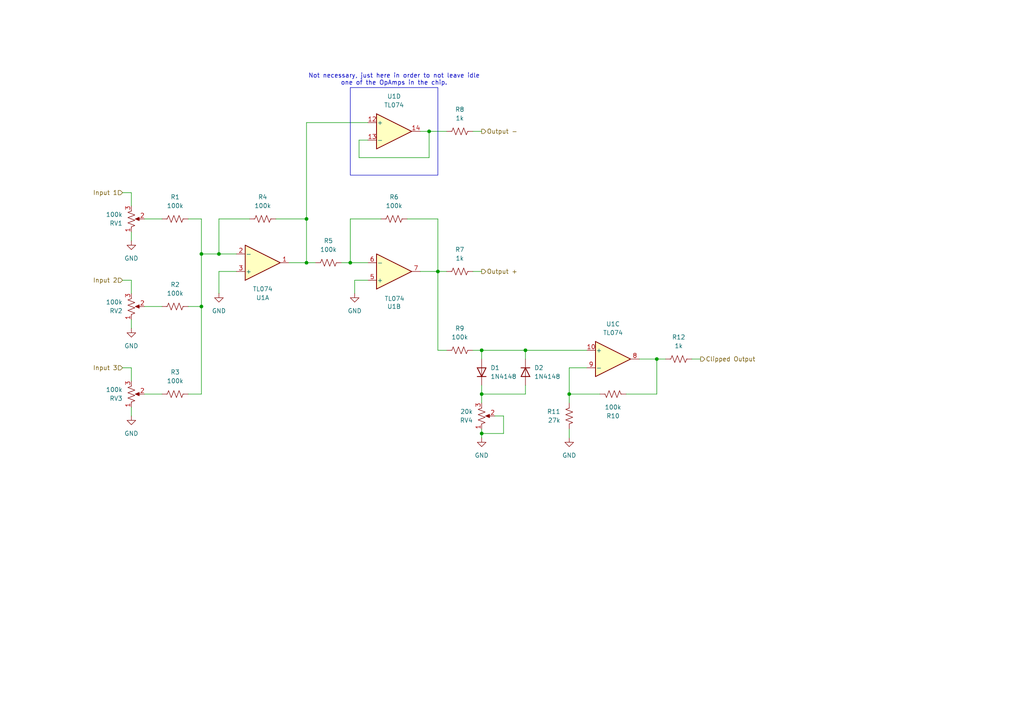
<source format=kicad_sch>
(kicad_sch (version 20231120) (generator "eeschema") (generator_version "8.0")
  (paper "A4")
  (title_block (company "DMH Instruments") (comment 1 "PCB for 5 cm Kosmo format synthesizer module"))
  (lib_symbols
    (symbol "Amplifier_Operational:TL074" (pin_names (offset 0.127))
      (property "Reference" "U" (at 0 5.08 0))
      (property "Value" "TL074" (at 0 -5.08 0))
      (symbol "TL074_1_1"
        (polyline (pts (xy -5.08 5.08) (xy 5.08 0) (xy -5.08 -5.08) (xy -5.08 5.08)) (stroke (width 0.254)) (fill (type background)))
        (pin output line (at 7.62 0 180) (length 2.54) (name "~") (number "1"))
        (pin input line (at -7.62 -2.54 0) (length 2.54) (name "-") (number "2"))
        (pin input line (at -7.62 2.54 0) (length 2.54) (name "+") (number "3"))
      )
      (symbol "TL074_2_1"
        (polyline (pts (xy -5.08 5.08) (xy 5.08 0) (xy -5.08 -5.08) (xy -5.08 5.08)) (stroke (width 0.254)) (fill (type background)))
        (pin input line (at -7.62 2.54 0) (length 2.54) (name "+") (number "5"))
        (pin input line (at -7.62 -2.54 0) (length 2.54) (name "-") (number "6"))
        (pin output line (at 7.62 0 180) (length 2.54) (name "~") (number "7"))
      )
      (symbol "TL074_3_1"
        (polyline (pts (xy -5.08 5.08) (xy 5.08 0) (xy -5.08 -5.08) (xy -5.08 5.08)) (stroke (width 0.254)) (fill (type background)))
        (pin input line (at -7.62 2.54 0) (length 2.54) (name "+") (number "10"))
        (pin output line (at 7.62 0 180) (length 2.54) (name "~") (number "8"))
        (pin input line (at -7.62 -2.54 0) (length 2.54) (name "-") (number "9"))
      )
      (symbol "TL074_4_1"
        (polyline (pts (xy -5.08 5.08) (xy 5.08 0) (xy -5.08 -5.08) (xy -5.08 5.08)) (stroke (width 0.254)) (fill (type background)))
        (pin input line (at -7.62 2.54 0) (length 2.54) (name "+") (number "12"))
        (pin input line (at -7.62 -2.54 0) (length 2.54) (name "-") (number "13"))
        (pin output line (at 7.62 0 180) (length 2.54) (name "~") (number "14"))
      )
      (symbol "TL074_5_1"
        (pin power_in line (at -2.54 -7.62 90) (length 3.81) (name "V-") (number "11"))
        (pin power_in line (at -2.54 7.62 270) (length 3.81) (name "V+") (number "4"))
      )
    )
    (symbol "Device:D" (pin_numbers hide) (pin_names (offset 1.016) hide)
      (property "Reference" "D" (at 0 2.54 0))
      (property "Value" "D" (at 0 -2.54 0))
      (symbol "D_0_1"
        (polyline (pts (xy -1.27 1.27) (xy -1.27 -1.27)) (stroke (width 0.254)))
        (polyline (pts (xy 1.27 0) (xy -1.27 0)))
        (polyline (pts (xy 1.27 1.27) (xy 1.27 -1.27) (xy -1.27 0) (xy 1.27 1.27)) (stroke (width 0.254)))
      )
      (symbol "D_1_1"
        (pin passive line (at -3.81 0 0) (length 2.54) (name "K") (number "1"))
        (pin passive line (at 3.81 0 180) (length 2.54) (name "A") (number "2"))
      )
    )
    (symbol "Device:R_Potentiometer_US" (pin_names (offset 1.016) hide)
      (property "Reference" "RV" (at -4.445 0 90))
      (property "Value" "R_Potentiometer_US" (at -2.54 0 90))
      (symbol "R_Potentiometer_US_0_1"
        (polyline (pts (xy 0 -2.286) (xy 0 -2.54)))
        (polyline (pts (xy 0 2.54) (xy 0 2.286)))
        (polyline (pts (xy 2.54 0) (xy 1.524 0)))
        (polyline (pts (xy 1.143 0) (xy 2.286 0.508) (xy 2.286 -0.508) (xy 1.143 0)) (fill (type outline)))
        (polyline (pts (xy 0 -0.762) (xy 1.016 -1.143) (xy 0 -1.524) (xy -1.016 -1.905) (xy 0 -2.286)))
        (polyline (pts (xy 0 0.762) (xy 1.016 0.381) (xy 0 0) (xy -1.016 -0.381) (xy 0 -0.762)))
        (polyline (pts (xy 0 2.286) (xy 1.016 1.905) (xy 0 1.524) (xy -1.016 1.143) (xy 0 0.762)))
      )
      (symbol "R_Potentiometer_US_1_1"
        (pin passive line (at 0 3.81 270) (length 1.27) (name "1") (number "1"))
        (pin passive line (at 3.81 0 180) (length 1.27) (name "2") (number "2"))
        (pin passive line (at 0 -3.81 90) (length 1.27) (name "3") (number "3"))
      )
    )
    (symbol "Device:R_US" (pin_numbers hide) (pin_names (offset 0))
      (property "Reference" "R" (at 2.54 0 90))
      (property "Value" "R_US" (at -2.54 0 90))
      (symbol "R_US_0_1"
        (polyline (pts (xy 0 -2.286) (xy 0 -2.54)))
        (polyline (pts (xy 0 2.286) (xy 0 2.54)))
        (polyline (pts (xy 0 -0.762) (xy 1.016 -1.143) (xy 0 -1.524) (xy -1.016 -1.905) (xy 0 -2.286)))
        (polyline (pts (xy 0 0.762) (xy 1.016 0.381) (xy 0 0) (xy -1.016 -0.381) (xy 0 -0.762)))
        (polyline (pts (xy 0 2.286) (xy 1.016 1.905) (xy 0 1.524) (xy -1.016 1.143) (xy 0 0.762)))
      )
      (symbol "R_US_1_1"
        (pin passive line (at 0 3.81 270) (length 1.27) (name "~") (number "1"))
        (pin passive line (at 0 -3.81 90) (length 1.27) (name "~") (number "2"))
      )
    )
    (symbol "power:GND" (power) (pin_numbers hide) (pin_names (offset 0) hide)
      (property "Value" "GND" (at 0 -3.81 0))
      (symbol "GND_0_1"
        (polyline (pts (xy 0 0) (xy 0 -1.27) (xy 1.27 -1.27) (xy 0 -2.54) (xy -1.27 -1.27) (xy 0 -1.27)))
      )
      (symbol "GND_1_1"
        (pin power_in line (at 0 0 270) (length 0) (name "~") (number "1"))
      )
    )
  )
  (junction (at 63.5 73.66))
  (junction (at 139.7 114.3))
  (junction (at 190.5 104.14))
  (junction (at 139.7 125.73))
  (junction (at 58.42 73.66))
  (junction (at 88.9 76.2))
  (junction (at 88.9 63.5))
  (junction (at 139.7 101.6))
  (junction (at 124.46 38.1))
  (junction (at 101.6 76.2))
  (junction (at 152.4 101.6))
  (junction (at 127 78.74))
  (junction (at 58.42 88.9))
  (junction (at 165.1 114.3))
  (wire (pts (xy 99.06 76.2) (xy 101.6 76.2)))
  (wire (pts (xy 88.9 63.5) (xy 88.9 76.2)))
  (wire (pts (xy 102.87 81.28) (xy 102.87 85.09)))
  (wire (pts (xy 139.7 111.76) (xy 139.7 114.3)))
  (wire (pts (xy 137.16 78.74) (xy 139.7 78.74)))
  (wire (pts (xy 54.61 114.3) (xy 58.42 114.3)))
  (wire (pts (xy 152.4 101.6) (xy 152.4 104.14)))
  (wire (pts (xy 173.99 114.3) (xy 165.1 114.3)))
  (wire (pts (xy 88.9 35.56) (xy 106.68 35.56)))
  (wire (pts (xy 185.42 104.14) (xy 190.5 104.14)))
  (wire (pts (xy 139.7 101.6) (xy 152.4 101.6)))
  (wire (pts (xy 72.39 63.5) (xy 63.5 63.5)))
  (wire (pts (xy 106.68 40.64) (xy 104.14 40.64)))
  (wire (pts (xy 165.1 114.3) (xy 165.1 106.68)))
  (wire (pts (xy 106.68 81.28) (xy 102.87 81.28)))
  (wire (pts (xy 139.7 125.73) (xy 139.7 127)))
  (wire (pts (xy 38.1 81.28) (xy 38.1 85.09)))
  (wire (pts (xy 139.7 124.46) (xy 139.7 125.73)))
  (wire (pts (xy 127 101.6) (xy 127 78.74)))
  (wire (pts (xy 152.4 101.6) (xy 170.18 101.6)))
  (wire (pts (xy 190.5 114.3) (xy 190.5 104.14)))
  (wire (pts (xy 35.56 55.88) (xy 38.1 55.88)))
  (wire (pts (xy 58.42 63.5) (xy 58.42 73.66)))
  (wire (pts (xy 165.1 106.68) (xy 170.18 106.68)))
  (wire (pts (xy 35.56 106.68) (xy 38.1 106.68)))
  (wire (pts (xy 121.92 38.1) (xy 124.46 38.1)))
  (wire (pts (xy 124.46 38.1) (xy 129.54 38.1)))
  (wire (pts (xy 104.14 40.64) (xy 104.14 45.72)))
  (wire (pts (xy 58.42 88.9) (xy 58.42 73.66)))
  (wire (pts (xy 127 63.5) (xy 127 78.74)))
  (wire (pts (xy 35.56 81.28) (xy 38.1 81.28)))
  (wire (pts (xy 165.1 124.46) (xy 165.1 127)))
  (wire (pts (xy 58.42 73.66) (xy 63.5 73.66)))
  (wire (pts (xy 41.91 114.3) (xy 46.99 114.3)))
  (wire (pts (xy 137.16 101.6) (xy 139.7 101.6)))
  (wire (pts (xy 88.9 76.2) (xy 91.44 76.2)))
  (wire (pts (xy 41.91 63.5) (xy 46.99 63.5)))
  (wire (pts (xy 190.5 104.14) (xy 193.04 104.14)))
  (wire (pts (xy 63.5 73.66) (xy 68.58 73.66)))
  (wire (pts (xy 139.7 101.6) (xy 139.7 104.14)))
  (wire (pts (xy 143.51 120.65) (xy 146.05 120.65)))
  (wire (pts (xy 127 78.74) (xy 121.92 78.74)))
  (wire (pts (xy 88.9 76.2) (xy 83.82 76.2)))
  (wire (pts (xy 146.05 120.65) (xy 146.05 125.73)))
  (wire (pts (xy 38.1 118.11) (xy 38.1 120.65)))
  (wire (pts (xy 127 78.74) (xy 129.54 78.74)))
  (wire (pts (xy 181.61 114.3) (xy 190.5 114.3)))
  (wire (pts (xy 152.4 111.76) (xy 152.4 114.3)))
  (wire (pts (xy 38.1 92.71) (xy 38.1 95.25)))
  (wire (pts (xy 104.14 45.72) (xy 124.46 45.72)))
  (wire (pts (xy 137.16 38.1) (xy 139.7 38.1)))
  (wire (pts (xy 200.66 104.14) (xy 203.2 104.14)))
  (wire (pts (xy 139.7 125.73) (xy 146.05 125.73)))
  (wire (pts (xy 88.9 35.56) (xy 88.9 63.5)))
  (wire (pts (xy 101.6 76.2) (xy 106.68 76.2)))
  (wire (pts (xy 101.6 63.5) (xy 101.6 76.2)))
  (wire (pts (xy 38.1 67.31) (xy 38.1 69.85)))
  (wire (pts (xy 63.5 63.5) (xy 63.5 73.66)))
  (wire (pts (xy 63.5 78.74) (xy 63.5 85.09)))
  (wire (pts (xy 38.1 106.68) (xy 38.1 110.49)))
  (wire (pts (xy 80.01 63.5) (xy 88.9 63.5)))
  (wire (pts (xy 41.91 88.9) (xy 46.99 88.9)))
  (wire (pts (xy 54.61 63.5) (xy 58.42 63.5)))
  (wire (pts (xy 118.11 63.5) (xy 127 63.5)))
  (wire (pts (xy 58.42 114.3) (xy 58.42 88.9)))
  (wire (pts (xy 68.58 78.74) (xy 63.5 78.74)))
  (wire (pts (xy 129.54 101.6) (xy 127 101.6)))
  (wire (pts (xy 110.49 63.5) (xy 101.6 63.5)))
  (wire (pts (xy 139.7 114.3) (xy 152.4 114.3)))
  (wire (pts (xy 124.46 45.72) (xy 124.46 38.1)))
  (wire (pts (xy 139.7 114.3) (xy 139.7 116.84)))
  (wire (pts (xy 165.1 114.3) (xy 165.1 116.84)))
  (wire (pts (xy 38.1 55.88) (xy 38.1 59.69)))
  (wire (pts (xy 54.61 88.9) (xy 58.42 88.9)))
  (rectangle (start 101.6 25.4) (end 127 50.8))
  (text "Not necessary, just here in order to not leave idle\none of the OpAmps in the chip." (at 114.3 23.114 0) (effects (font (size 1.27 1.27))))
  (hierarchical_label "Output +" (shape output) (at 139.7 78.74 0))
  (hierarchical_label "Input 1" (shape input) (at 35.56 55.88 180))
  (hierarchical_label "Input 3" (shape input) (at 35.56 106.68 180))
  (hierarchical_label "Input 2" (shape input) (at 35.56 81.28 180))
  (hierarchical_label "Output -" (shape output) (at 139.7 38.1 0))
  (hierarchical_label "Clipped Output" (shape output) (at 203.2 104.14 0))
  (symbol (lib_id "power:GND") (at 38.1 120.65 0) (unit 1) (on_board no)
    (property "Reference" "#PWR04" (effects (hide yes)))
    (property "Value" "GND" (at 38.1 125.73 0))
    (property "Description" "Power symbol creates a global label with name \"GND\" , ground" (effects (hide yes)))
  )
  (symbol (lib_id "Device:R_US") (at 196.85 104.14 90) (unit 1) (on_board no)
    (property "Reference" "R12" (at 196.85 97.79 90))
    (property "Value" "1k" (at 196.85 100.33 90))
    (property "Footprint" "Resistor_THT:R_Axial_DIN0207_L6.3mm_D2.5mm_P7.62mm_Horizontal" (effects (hide yes)))
    (property "Description" "Resistor, US symbol" (effects (hide yes)))
  )
  (symbol (lib_id "Device:R_US") (at 133.35 101.6 90) (unit 1) (on_board no)
    (property "Reference" "R9" (at 133.35 95.25 90))
    (property "Value" "100k" (at 133.35 97.79 90))
    (property "Footprint" "Resistor_THT:R_Axial_DIN0207_L6.3mm_D2.5mm_P7.62mm_Horizontal" (effects (hide yes)))
    (property "Description" "Resistor, US symbol" (effects (hide yes)))
  )
  (symbol (lib_id "Device:R_US") (at 50.8 88.9 90) (unit 1) (on_board no)
    (property "Reference" "R2" (at 50.8 82.55 90))
    (property "Value" "100k" (at 50.8 85.09 90))
    (property "Footprint" "Resistor_THT:R_Axial_DIN0207_L6.3mm_D2.5mm_P7.62mm_Horizontal" (effects (hide yes)))
    (property "Description" "Resistor, US symbol" (effects (hide yes)))
  )
  (symbol (lib_id "Device:R_Potentiometer_US") (at 139.7 120.65 0) (mirror x) (unit 1) (on_board no)
    (property "Reference" "RV4" (at 137.16 121.9201 0) (effects (justify right)))
    (property "Value" "20k" (at 137.16 119.3801 0) (effects (justify right)))
    (property "Footprint" "Potentiometer_THT:Potentiometer_Alpha_RD901F-40-00D_Single_Vertical" (effects (hide yes)))
    (property "Description" "Potentiometer, US symbol" (effects (hide yes)))
  )
  (symbol (lib_id "power:GND") (at 63.5 85.09 0) (unit 1) (on_board no)
    (property "Reference" "#PWR010" (effects (hide yes)))
    (property "Value" "GND" (at 63.5 90.17 0))
    (property "Description" "Power symbol creates a global label with name \"GND\" , ground" (effects (hide yes)))
  )
  (symbol (lib_id "Amplifier_Operational:TL074") (at 177.8 104.14 0) (unit 3) (on_board no)
    (property "Reference" "U1" (at 177.8 93.98 0))
    (property "Value" "TL074" (at 177.8 96.52 0))
    (property "Footprint" "Package_DIP:DIP-14_W7.62mm_Socket" (effects (hide yes)))
    (property "Datasheet" "http://www.ti.com/lit/ds/symlink/tl071.pdf" (effects (hide yes)))
    (property "Description" "Quad Low-Noise JFET-Input Operational Amplifiers, DIP-14/SOIC-14" (effects (hide yes)))
  )
  (symbol (lib_id "Device:R_US") (at 50.8 63.5 90) (unit 1) (on_board no)
    (property "Reference" "R1" (at 50.8 57.15 90))
    (property "Value" "100k" (at 50.8 59.69 90))
    (property "Footprint" "Resistor_THT:R_Axial_DIN0207_L6.3mm_D2.5mm_P7.62mm_Horizontal" (effects (hide yes)))
    (property "Description" "Resistor, US symbol" (effects (hide yes)))
  )
  (symbol (lib_id "Device:R_Potentiometer_US") (at 38.1 63.5 0) (mirror x) (unit 1) (on_board no)
    (property "Reference" "RV1" (at 35.56 64.7701 0) (effects (justify right)))
    (property "Value" "100k" (at 35.56 62.2301 0) (effects (justify right)))
    (property "Footprint" "Potentiometer_THT:Potentiometer_Alpha_RD901F-40-00D_Single_Vertical" (effects (hide yes)))
    (property "Description" "Potentiometer, US symbol" (effects (hide yes)))
  )
  (symbol (lib_id "Device:R_US") (at 50.8 114.3 90) (unit 1) (on_board no)
    (property "Reference" "R3" (at 50.8 107.95 90))
    (property "Value" "100k" (at 50.8 110.49 90))
    (property "Footprint" "Resistor_THT:R_Axial_DIN0207_L6.3mm_D2.5mm_P7.62mm_Horizontal" (effects (hide yes)))
    (property "Description" "Resistor, US symbol" (effects (hide yes)))
  )
  (symbol (lib_id "Device:R_US") (at 133.35 78.74 90) (unit 1) (on_board no)
    (property "Reference" "R7" (at 133.35 72.39 90))
    (property "Value" "1k" (at 133.35 74.93 90))
    (property "Footprint" "Resistor_THT:R_Axial_DIN0207_L6.3mm_D2.5mm_P7.62mm_Horizontal" (effects (hide yes)))
    (property "Description" "Resistor, US symbol" (effects (hide yes)))
  )
  (symbol (lib_id "Amplifier_Operational:TL074") (at 114.3 38.1 0) (unit 4) (on_board no)
    (property "Reference" "U1" (at 114.3 27.94 0))
    (property "Value" "TL074" (at 114.3 30.48 0))
    (property "Footprint" "Package_DIP:DIP-14_W7.62mm_Socket" (effects (hide yes)))
    (property "Datasheet" "http://www.ti.com/lit/ds/symlink/tl071.pdf" (effects (hide yes)))
    (property "Description" "Quad Low-Noise JFET-Input Operational Amplifiers, DIP-14/SOIC-14" (effects (hide yes)))
  )
  (symbol (lib_id "Device:D") (at 139.7 107.95 90) (unit 1) (on_board no)
    (property "Reference" "D1" (at 142.24 106.6799 90) (effects (justify right)))
    (property "Value" "1N4148" (at 142.24 109.2199 90) (effects (justify right)))
    (property "Footprint" "Diode_THT:D_DO-35_SOD27_P7.62mm_Horizontal" (effects (hide yes)))
    (property "Description" "Diode" (effects (hide yes)))
    (property "Sim.Device" "D" (effects (hide yes)))
    (property "Sim.Pins" "1=K 2=A" (effects (hide yes)))
  )
  (symbol (lib_id "Device:R_Potentiometer_US") (at 38.1 88.9 0) (mirror x) (unit 1) (on_board no)
    (property "Reference" "RV2" (at 35.56 90.1701 0) (effects (justify right)))
    (property "Value" "100k" (at 35.56 87.6301 0) (effects (justify right)))
    (property "Footprint" "Potentiometer_THT:Potentiometer_Alpha_RD901F-40-00D_Single_Vertical" (effects (hide yes)))
    (property "Description" "Potentiometer, US symbol" (effects (hide yes)))
  )
  (symbol (lib_id "power:GND") (at 102.87 85.09 0) (unit 1) (on_board no)
    (property "Reference" "#PWR011" (effects (hide yes)))
    (property "Value" "GND" (at 102.87 90.17 0))
    (property "Description" "Power symbol creates a global label with name \"GND\" , ground" (effects (hide yes)))
  )
  (symbol (lib_id "Device:R_US") (at 177.8 114.3 90) (mirror x) (unit 1) (on_board no)
    (property "Reference" "R10" (at 177.8 120.65 90))
    (property "Value" "100k" (at 177.8 118.11 90))
    (property "Footprint" "Resistor_THT:R_Axial_DIN0207_L6.3mm_D2.5mm_P7.62mm_Horizontal" (effects (hide yes)))
    (property "Description" "Resistor, US symbol" (effects (hide yes)))
  )
  (symbol (lib_id "Device:D") (at 152.4 107.95 270) (unit 1) (on_board no)
    (property "Reference" "D2" (at 154.94 106.6799 90) (effects (justify left)))
    (property "Value" "1N4148" (at 154.94 109.2199 90) (effects (justify left)))
    (property "Footprint" "Diode_THT:D_DO-35_SOD27_P7.62mm_Horizontal" (effects (hide yes)))
    (property "Description" "Diode" (effects (hide yes)))
    (property "Sim.Device" "D" (effects (hide yes)))
    (property "Sim.Pins" "1=K 2=A" (effects (hide yes)))
  )
  (symbol (lib_id "Device:R_US") (at 76.2 63.5 90) (unit 1) (on_board no)
    (property "Reference" "R4" (at 76.2 57.15 90))
    (property "Value" "100k" (at 76.2 59.69 90))
    (property "Footprint" "Resistor_THT:R_Axial_DIN0207_L6.3mm_D2.5mm_P7.62mm_Horizontal" (effects (hide yes)))
    (property "Description" "Resistor, US symbol" (effects (hide yes)))
  )
  (symbol (lib_id "power:GND") (at 165.1 127 0) (unit 1) (on_board no)
    (property "Reference" "#PWR012" (effects (hide yes)))
    (property "Value" "GND" (at 165.1 132.08 0))
    (property "Description" "Power symbol creates a global label with name \"GND\" , ground" (effects (hide yes)))
  )
  (symbol (lib_id "power:GND") (at 38.1 95.25 0) (unit 1) (on_board no)
    (property "Reference" "#PWR03" (effects (hide yes)))
    (property "Value" "GND" (at 38.1 100.33 0))
    (property "Description" "Power symbol creates a global label with name \"GND\" , ground" (effects (hide yes)))
  )
  (symbol (lib_id "Device:R_US") (at 133.35 38.1 90) (unit 1) (on_board no)
    (property "Reference" "R8" (at 133.35 31.75 90))
    (property "Value" "1k" (at 133.35 34.29 90))
    (property "Footprint" "Resistor_THT:R_Axial_DIN0207_L6.3mm_D2.5mm_P7.62mm_Horizontal" (effects (hide yes)))
    (property "Description" "Resistor, US symbol" (effects (hide yes)))
  )
  (symbol (lib_id "Amplifier_Operational:TL074") (at 114.3 78.74 0) (mirror x) (unit 2) (on_board no)
    (property "Reference" "U1" (at 114.3 88.9 0))
    (property "Value" "TL074" (at 111.506 86.614 0) (effects (justify left)))
    (property "Footprint" "Package_DIP:DIP-14_W7.62mm_Socket" (effects (hide yes)))
    (property "Datasheet" "http://www.ti.com/lit/ds/symlink/tl071.pdf" (effects (hide yes)))
    (property "Description" "Quad Low-Noise JFET-Input Operational Amplifiers, DIP-14/SOIC-14" (effects (hide yes)))
  )
  (symbol (lib_id "Device:R_US") (at 165.1 120.65 0) (mirror x) (unit 1) (on_board no)
    (property "Reference" "R11" (at 162.56 119.3799 0) (effects (justify right)))
    (property "Value" "27k" (at 162.56 121.9199 0) (effects (justify right)))
    (property "Footprint" "Resistor_THT:R_Axial_DIN0207_L6.3mm_D2.5mm_P7.62mm_Horizontal" (effects (hide yes)))
    (property "Description" "Resistor, US symbol" (effects (hide yes)))
  )
  (symbol (lib_id "Device:R_US") (at 114.3 63.5 90) (unit 1) (on_board no)
    (property "Reference" "R6" (at 114.3 57.15 90))
    (property "Value" "100k" (at 114.3 59.69 90))
    (property "Footprint" "Resistor_THT:R_Axial_DIN0207_L6.3mm_D2.5mm_P7.62mm_Horizontal" (effects (hide yes)))
    (property "Description" "Resistor, US symbol" (effects (hide yes)))
  )
  (symbol (lib_id "Device:R_Potentiometer_US") (at 38.1 114.3 0) (mirror x) (unit 1) (on_board no)
    (property "Reference" "RV3" (at 35.56 115.5701 0) (effects (justify right)))
    (property "Value" "100k" (at 35.56 113.0301 0) (effects (justify right)))
    (property "Footprint" "Potentiometer_THT:Potentiometer_Alpha_RD901F-40-00D_Single_Vertical" (effects (hide yes)))
    (property "Description" "Potentiometer, US symbol" (effects (hide yes)))
  )
  (symbol (lib_id "Device:R_US") (at 95.25 76.2 90) (unit 1) (on_board no)
    (property "Reference" "R5" (at 95.25 69.85 90))
    (property "Value" "100k" (at 95.25 72.39 90))
    (property "Footprint" "Resistor_THT:R_Axial_DIN0207_L6.3mm_D2.5mm_P7.62mm_Horizontal" (effects (hide yes)))
    (property "Description" "Resistor, US symbol" (effects (hide yes)))
  )
  (symbol (lib_id "power:GND") (at 38.1 69.85 0) (unit 1) (on_board no)
    (property "Reference" "#PWR02" (effects (hide yes)))
    (property "Value" "GND" (at 38.1 74.93 0))
    (property "Description" "Power symbol creates a global label with name \"GND\" , ground" (effects (hide yes)))
  )
  (symbol (lib_id "power:GND") (at 139.7 127 0) (unit 1) (on_board no)
    (property "Reference" "#PWR09" (effects (hide yes)))
    (property "Value" "GND" (at 139.7 132.08 0))
    (property "Description" "Power symbol creates a global label with name \"GND\" , ground" (effects (hide yes)))
  )
  (symbol (lib_id "Amplifier_Operational:TL074") (at 76.2 76.2 0) (mirror x) (unit 1) (on_board no)
    (property "Reference" "U1" (at 76.2 86.36 0))
    (property "Value" "TL074" (at 76.2 83.82 0))
    (property "Footprint" "Package_DIP:DIP-14_W7.62mm_Socket" (effects (hide yes)))
    (property "Datasheet" "http://www.ti.com/lit/ds/symlink/tl071.pdf" (effects (hide yes)))
    (property "Description" "Quad Low-Noise JFET-Input Operational Amplifiers, DIP-14/SOIC-14" (effects (hide yes)))
  )
)
</source>
